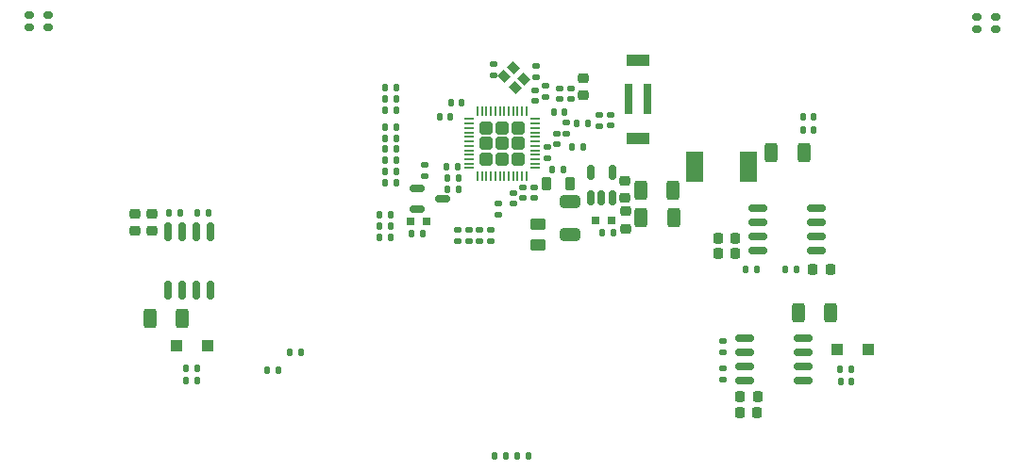
<source format=gbr>
%TF.GenerationSoftware,KiCad,Pcbnew,7.0.1*%
%TF.CreationDate,2023-08-08T22:15:58+07:00*%
%TF.ProjectId,BL706 Robot,424c3730-3620-4526-9f62-6f742e6b6963,rev?*%
%TF.SameCoordinates,Original*%
%TF.FileFunction,Paste,Top*%
%TF.FilePolarity,Positive*%
%FSLAX46Y46*%
G04 Gerber Fmt 4.6, Leading zero omitted, Abs format (unit mm)*
G04 Created by KiCad (PCBNEW 7.0.1) date 2023-08-08 22:15:58*
%MOMM*%
%LPD*%
G01*
G04 APERTURE LIST*
G04 Aperture macros list*
%AMRoundRect*
0 Rectangle with rounded corners*
0 $1 Rounding radius*
0 $2 $3 $4 $5 $6 $7 $8 $9 X,Y pos of 4 corners*
0 Add a 4 corners polygon primitive as box body*
4,1,4,$2,$3,$4,$5,$6,$7,$8,$9,$2,$3,0*
0 Add four circle primitives for the rounded corners*
1,1,$1+$1,$2,$3*
1,1,$1+$1,$4,$5*
1,1,$1+$1,$6,$7*
1,1,$1+$1,$8,$9*
0 Add four rect primitives between the rounded corners*
20,1,$1+$1,$2,$3,$4,$5,0*
20,1,$1+$1,$4,$5,$6,$7,0*
20,1,$1+$1,$6,$7,$8,$9,0*
20,1,$1+$1,$8,$9,$2,$3,0*%
%AMRotRect*
0 Rectangle, with rotation*
0 The origin of the aperture is its center*
0 $1 length*
0 $2 width*
0 $3 Rotation angle, in degrees counterclockwise*
0 Add horizontal line*
21,1,$1,$2,0,0,$3*%
G04 Aperture macros list end*
%ADD10RoundRect,0.135000X0.185000X-0.135000X0.185000X0.135000X-0.185000X0.135000X-0.185000X-0.135000X0*%
%ADD11RoundRect,0.135000X-0.135000X-0.185000X0.135000X-0.185000X0.135000X0.185000X-0.135000X0.185000X0*%
%ADD12RoundRect,0.140000X0.170000X-0.140000X0.170000X0.140000X-0.170000X0.140000X-0.170000X-0.140000X0*%
%ADD13RoundRect,0.250000X-0.300000X-0.300000X0.300000X-0.300000X0.300000X0.300000X-0.300000X0.300000X0*%
%ADD14RoundRect,0.225000X0.225000X0.250000X-0.225000X0.250000X-0.225000X-0.250000X0.225000X-0.250000X0*%
%ADD15RoundRect,0.135000X0.135000X0.185000X-0.135000X0.185000X-0.135000X-0.185000X0.135000X-0.185000X0*%
%ADD16RoundRect,0.250000X0.312500X0.625000X-0.312500X0.625000X-0.312500X-0.625000X0.312500X-0.625000X0*%
%ADD17R,2.000000X1.000000*%
%ADD18R,0.800000X2.800000*%
%ADD19RoundRect,0.150000X-0.675000X-0.150000X0.675000X-0.150000X0.675000X0.150000X-0.675000X0.150000X0*%
%ADD20RoundRect,0.225000X-0.225000X-0.250000X0.225000X-0.250000X0.225000X0.250000X-0.225000X0.250000X0*%
%ADD21RoundRect,0.140000X-0.170000X0.140000X-0.170000X-0.140000X0.170000X-0.140000X0.170000X0.140000X0*%
%ADD22RoundRect,0.140000X0.140000X0.170000X-0.140000X0.170000X-0.140000X-0.170000X0.140000X-0.170000X0*%
%ADD23R,0.800000X0.800000*%
%ADD24RoundRect,0.150000X-0.150000X0.675000X-0.150000X-0.675000X0.150000X-0.675000X0.150000X0.675000X0*%
%ADD25RoundRect,0.250000X-0.450000X0.262500X-0.450000X-0.262500X0.450000X-0.262500X0.450000X0.262500X0*%
%ADD26RoundRect,0.250000X0.330000X-0.330000X0.330000X0.330000X-0.330000X0.330000X-0.330000X-0.330000X0*%
%ADD27RoundRect,0.050000X0.050000X-0.350000X0.050000X0.350000X-0.050000X0.350000X-0.050000X-0.350000X0*%
%ADD28RoundRect,0.050000X0.350000X-0.050000X0.350000X0.050000X-0.350000X0.050000X-0.350000X-0.050000X0*%
%ADD29RoundRect,0.140000X-0.140000X-0.170000X0.140000X-0.170000X0.140000X0.170000X-0.140000X0.170000X0*%
%ADD30RoundRect,0.250000X-0.312500X-0.625000X0.312500X-0.625000X0.312500X0.625000X-0.312500X0.625000X0*%
%ADD31RoundRect,0.150000X-0.512500X-0.150000X0.512500X-0.150000X0.512500X0.150000X-0.512500X0.150000X0*%
%ADD32RoundRect,0.225000X0.250000X-0.225000X0.250000X0.225000X-0.250000X0.225000X-0.250000X-0.225000X0*%
%ADD33RoundRect,0.218750X0.218750X0.381250X-0.218750X0.381250X-0.218750X-0.381250X0.218750X-0.381250X0*%
%ADD34RoundRect,0.175000X0.225000X0.175000X-0.225000X0.175000X-0.225000X-0.175000X0.225000X-0.175000X0*%
%ADD35RotRect,0.900000X0.800000X135.000000*%
%ADD36R,1.500000X2.700000*%
%ADD37RoundRect,0.225000X-0.250000X0.225000X-0.250000X-0.225000X0.250000X-0.225000X0.250000X0.225000X0*%
%ADD38RoundRect,0.150000X0.150000X-0.512500X0.150000X0.512500X-0.150000X0.512500X-0.150000X-0.512500X0*%
%ADD39RoundRect,0.135000X-0.185000X0.135000X-0.185000X-0.135000X0.185000X-0.135000X0.185000X0.135000X0*%
%ADD40RoundRect,0.250000X-0.650000X0.325000X-0.650000X-0.325000X0.650000X-0.325000X0.650000X0.325000X0*%
G04 APERTURE END LIST*
D10*
%TO.C,R43*%
X197000000Y-124210000D03*
X197000000Y-123190000D03*
%TD*%
D11*
%TO.C,R7*%
X194090000Y-119500000D03*
X195110000Y-119500000D03*
%TD*%
D12*
%TO.C,C16*%
X204200000Y-111380000D03*
X204200000Y-110420000D03*
%TD*%
D13*
%TO.C,D7*%
X229060000Y-133940000D03*
X231860000Y-133940000D03*
%TD*%
D14*
%TO.C,C21*%
X219936000Y-123882000D03*
X218386000Y-123882000D03*
%TD*%
D15*
%TO.C,R8*%
X189510000Y-113900000D03*
X188490000Y-113900000D03*
%TD*%
D16*
%TO.C,R41*%
X170331500Y-131121000D03*
X167406500Y-131121000D03*
%TD*%
D12*
%TO.C,C6*%
X208700000Y-113780000D03*
X208700000Y-112820000D03*
%TD*%
%TO.C,C14*%
X205200000Y-111380000D03*
X205200000Y-110420000D03*
%TD*%
D17*
%TO.C,ANT1*%
X211200000Y-114900000D03*
X211200000Y-107900000D03*
D18*
X212015000Y-111400000D03*
X210385000Y-111400000D03*
%TD*%
D19*
%TO.C,U2*%
X221975000Y-121245000D03*
X221975000Y-122515000D03*
X221975000Y-123785000D03*
X221975000Y-125055000D03*
X227225000Y-125055000D03*
X227225000Y-123785000D03*
X227225000Y-122515000D03*
X227225000Y-121245000D03*
%TD*%
D20*
%TO.C,C17*%
X226895000Y-126676000D03*
X228445000Y-126676000D03*
%TD*%
D21*
%TO.C,C3*%
X201900000Y-119320000D03*
X201900000Y-120280000D03*
%TD*%
D10*
%TO.C,R34*%
X195000000Y-124210000D03*
X195000000Y-123190000D03*
%TD*%
D11*
%TO.C,R40*%
X188490000Y-112400000D03*
X189510000Y-112400000D03*
%TD*%
D21*
%TO.C,C2*%
X200900000Y-119320000D03*
X200900000Y-120280000D03*
%TD*%
D16*
%TO.C,R23*%
X214362500Y-119600000D03*
X211437500Y-119600000D03*
%TD*%
D22*
%TO.C,C30*%
X171635000Y-136709000D03*
X170675000Y-136709000D03*
%TD*%
D11*
%TO.C,R30*%
X190890000Y-123500000D03*
X191910000Y-123500000D03*
%TD*%
D23*
%TO.C,Q2*%
X207350000Y-122300000D03*
X208850000Y-122300000D03*
%TD*%
D22*
%TO.C,C29*%
X230340000Y-136760000D03*
X229380000Y-136760000D03*
%TD*%
D15*
%TO.C,R29*%
X172681000Y-121596000D03*
X171661000Y-121596000D03*
%TD*%
D24*
%TO.C,U3*%
X172806000Y-123289000D03*
X171536000Y-123289000D03*
X170266000Y-123289000D03*
X168996000Y-123289000D03*
X168996000Y-128539000D03*
X170266000Y-128539000D03*
X171536000Y-128539000D03*
X172806000Y-128539000D03*
%TD*%
D25*
%TO.C,R27*%
X202200000Y-122687500D03*
X202200000Y-124512500D03*
%TD*%
D26*
%TO.C,U1*%
X197570000Y-116830000D03*
X199000000Y-116830000D03*
X200430000Y-116830000D03*
X197570000Y-115400000D03*
X199000000Y-115400000D03*
X200430000Y-115400000D03*
X197570000Y-113970000D03*
X199000000Y-113970000D03*
X200430000Y-113970000D03*
D27*
X196800000Y-118350000D03*
X197200000Y-118350000D03*
X197600000Y-118350000D03*
X198000000Y-118350000D03*
X198400000Y-118350000D03*
X198800000Y-118350000D03*
X199200000Y-118350000D03*
X199600000Y-118350000D03*
X200000000Y-118350000D03*
X200400000Y-118350000D03*
X200800000Y-118350000D03*
X201200000Y-118350000D03*
D28*
X201950000Y-117600000D03*
X201950000Y-117200000D03*
X201950000Y-116800000D03*
X201950000Y-116400000D03*
X201950000Y-116000000D03*
X201950000Y-115600000D03*
X201950000Y-115200000D03*
X201950000Y-114800000D03*
X201950000Y-114400000D03*
X201950000Y-114000000D03*
X201950000Y-113600000D03*
X201950000Y-113200000D03*
D27*
X201200000Y-112450000D03*
X200800000Y-112450000D03*
X200400000Y-112450000D03*
X200000000Y-112450000D03*
X199600000Y-112450000D03*
X199200000Y-112450000D03*
X198800000Y-112450000D03*
X198400000Y-112450000D03*
X198000000Y-112450000D03*
X197600000Y-112450000D03*
X197200000Y-112450000D03*
X196800000Y-112450000D03*
D28*
X196050000Y-113200000D03*
X196050000Y-113600000D03*
X196050000Y-114000000D03*
X196050000Y-114400000D03*
X196050000Y-114800000D03*
X196050000Y-115200000D03*
X196050000Y-115600000D03*
X196050000Y-116000000D03*
X196050000Y-116400000D03*
X196050000Y-116800000D03*
X196050000Y-117200000D03*
X196050000Y-117600000D03*
%TD*%
D15*
%TO.C,R16*%
X199310000Y-143500000D03*
X198290000Y-143500000D03*
%TD*%
D21*
%TO.C,C9*%
X203900000Y-114520000D03*
X203900000Y-115480000D03*
%TD*%
D29*
%TO.C,C23*%
X226020000Y-114200000D03*
X226980000Y-114200000D03*
%TD*%
%TO.C,C7*%
X203520000Y-117700000D03*
X204480000Y-117700000D03*
%TD*%
D30*
%TO.C,R32*%
X211447500Y-122030000D03*
X214372500Y-122030000D03*
%TD*%
D15*
%TO.C,R13*%
X189510000Y-110400000D03*
X188490000Y-110400000D03*
%TD*%
D30*
%TO.C,R42*%
X225572500Y-130613000D03*
X228497500Y-130613000D03*
%TD*%
D11*
%TO.C,R28*%
X169121000Y-121596000D03*
X170141000Y-121596000D03*
%TD*%
D31*
%TO.C,Q3*%
X191400000Y-119400000D03*
X191400000Y-121300000D03*
X193675000Y-120350000D03*
%TD*%
D20*
%TO.C,C28*%
X220375000Y-138150000D03*
X221925000Y-138150000D03*
%TD*%
D32*
%TO.C,C26*%
X166075000Y-123260000D03*
X166075000Y-121710000D03*
%TD*%
D12*
%TO.C,C27*%
X202900000Y-111180000D03*
X202900000Y-110220000D03*
%TD*%
D10*
%TO.C,R17*%
X198000000Y-124210000D03*
X198000000Y-123190000D03*
%TD*%
D15*
%TO.C,R1*%
X206310000Y-115700000D03*
X205290000Y-115700000D03*
%TD*%
D20*
%TO.C,C25*%
X220325000Y-139550000D03*
X221875000Y-139550000D03*
%TD*%
D10*
%TO.C,R26*%
X207700000Y-113810000D03*
X207700000Y-112790000D03*
%TD*%
D33*
%TO.C,L1*%
X205142500Y-119000000D03*
X203017500Y-119000000D03*
%TD*%
D34*
%TO.C,D2*%
X158250000Y-104950000D03*
X156550000Y-104950000D03*
X156550000Y-103850000D03*
X158250000Y-103850000D03*
%TD*%
D29*
%TO.C,C5*%
X194120000Y-118500000D03*
X195080000Y-118500000D03*
%TD*%
D11*
%TO.C,R10*%
X187990000Y-122800000D03*
X189010000Y-122800000D03*
%TD*%
D15*
%TO.C,R9*%
X225386000Y-126676000D03*
X224366000Y-126676000D03*
%TD*%
%TO.C,R33*%
X208960000Y-123410000D03*
X207940000Y-123410000D03*
%TD*%
%TO.C,R20*%
X189491000Y-117900000D03*
X188471000Y-117900000D03*
%TD*%
D21*
%TO.C,C15*%
X198206000Y-108289000D03*
X198206000Y-109249000D03*
%TD*%
D15*
%TO.C,R3*%
X189491000Y-118900000D03*
X188471000Y-118900000D03*
%TD*%
D23*
%TO.C,D8*%
X192260000Y-122400000D03*
X190760000Y-122400000D03*
%TD*%
D13*
%TO.C,D6*%
X169755000Y-133534000D03*
X172555000Y-133534000D03*
%TD*%
D20*
%TO.C,C18*%
X218386000Y-125279000D03*
X219936000Y-125279000D03*
%TD*%
D16*
%TO.C,R24*%
X226062500Y-116200000D03*
X223137500Y-116200000D03*
%TD*%
D35*
%TO.C,Y1*%
X200983883Y-109606066D03*
X199993934Y-108616117D03*
X199216117Y-109393934D03*
X200206066Y-110383883D03*
%TD*%
D11*
%TO.C,R4*%
X188490000Y-115900000D03*
X189510000Y-115900000D03*
%TD*%
D22*
%TO.C,C31*%
X230310000Y-135680000D03*
X229350000Y-135680000D03*
%TD*%
D36*
%TO.C,D5*%
X221100000Y-117500000D03*
X216300000Y-117500000D03*
%TD*%
D32*
%TO.C,C12*%
X206300000Y-111075000D03*
X206300000Y-109525000D03*
%TD*%
D11*
%TO.C,R11*%
X187990000Y-123800000D03*
X189010000Y-123800000D03*
%TD*%
D15*
%TO.C,R19*%
X178920000Y-135800000D03*
X177900000Y-135800000D03*
%TD*%
D34*
%TO.C,D1*%
X243250000Y-105150000D03*
X241550000Y-105150000D03*
X241550000Y-104050000D03*
X243250000Y-104050000D03*
%TD*%
D22*
%TO.C,C33*%
X194380000Y-113000000D03*
X193420000Y-113000000D03*
%TD*%
D37*
%TO.C,C13*%
X210100000Y-121495000D03*
X210100000Y-123045000D03*
%TD*%
D11*
%TO.C,R15*%
X200390000Y-143500000D03*
X201410000Y-143500000D03*
%TD*%
%TO.C,R22*%
X179990000Y-134200000D03*
X181010000Y-134200000D03*
%TD*%
D32*
%TO.C,C1*%
X167599000Y-123260000D03*
X167599000Y-121710000D03*
%TD*%
D11*
%TO.C,R6*%
X188490000Y-114900000D03*
X189510000Y-114900000D03*
%TD*%
D38*
%TO.C,U5*%
X206970000Y-120287500D03*
X207920000Y-120287500D03*
X208870000Y-120287500D03*
X208870000Y-118012500D03*
X206970000Y-118012500D03*
%TD*%
D11*
%TO.C,R25*%
X193990000Y-117500000D03*
X195010000Y-117500000D03*
%TD*%
D29*
%TO.C,C10*%
X203620000Y-112600000D03*
X204580000Y-112600000D03*
%TD*%
D15*
%TO.C,R14*%
X221830000Y-126676000D03*
X220810000Y-126676000D03*
%TD*%
D21*
%TO.C,C20*%
X202080000Y-108460000D03*
X202080000Y-109420000D03*
%TD*%
D39*
%TO.C,R31*%
X192100000Y-117290000D03*
X192100000Y-118310000D03*
%TD*%
%TO.C,R37*%
X218780000Y-133151000D03*
X218780000Y-134171000D03*
%TD*%
D10*
%TO.C,R35*%
X196000000Y-124210000D03*
X196000000Y-123190000D03*
%TD*%
D32*
%TO.C,C22*%
X210050000Y-120295000D03*
X210050000Y-118745000D03*
%TD*%
D12*
%TO.C,C19*%
X202000000Y-111580000D03*
X202000000Y-110620000D03*
%TD*%
D21*
%TO.C,C34*%
X198700000Y-120820000D03*
X198700000Y-121780000D03*
%TD*%
%TO.C,C4*%
X204800000Y-113520000D03*
X204800000Y-114480000D03*
%TD*%
%TO.C,C8*%
X203100000Y-115720000D03*
X203100000Y-116680000D03*
%TD*%
D22*
%TO.C,C32*%
X171635000Y-135566000D03*
X170675000Y-135566000D03*
%TD*%
D29*
%TO.C,C11*%
X194420000Y-111700000D03*
X195380000Y-111700000D03*
%TD*%
D11*
%TO.C,R39*%
X188490000Y-111400000D03*
X189510000Y-111400000D03*
%TD*%
D40*
%TO.C,C37*%
X205100000Y-120625000D03*
X205100000Y-123575000D03*
%TD*%
D29*
%TO.C,C24*%
X226020000Y-113000000D03*
X226980000Y-113000000D03*
%TD*%
D11*
%TO.C,R2*%
X205690000Y-113600000D03*
X206710000Y-113600000D03*
%TD*%
%TO.C,R12*%
X187990000Y-121800000D03*
X189010000Y-121800000D03*
%TD*%
%TO.C,R5*%
X188471000Y-116900000D03*
X189491000Y-116900000D03*
%TD*%
D19*
%TO.C,U4*%
X220745000Y-132895000D03*
X220745000Y-134165000D03*
X220745000Y-135435000D03*
X220745000Y-136705000D03*
X225995000Y-136705000D03*
X225995000Y-135435000D03*
X225995000Y-134165000D03*
X225995000Y-132895000D03*
%TD*%
D21*
%TO.C,C36*%
X200000000Y-119820000D03*
X200000000Y-120780000D03*
%TD*%
D10*
%TO.C,R36*%
X218780000Y-136584000D03*
X218780000Y-135564000D03*
%TD*%
M02*

</source>
